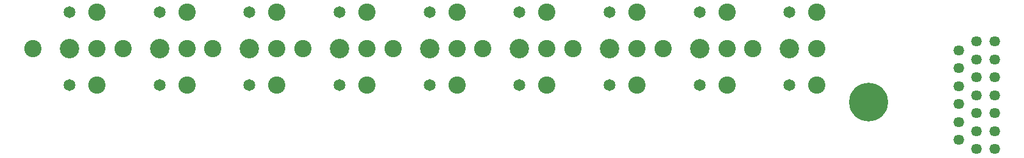
<source format=gts>
%TF.GenerationSoftware,KiCad,Pcbnew,5.1.12-1.fc35*%
%TF.CreationDate,2022-04-30T07:46:19-07:00*%
%TF.ProjectId,left,6c656674-2e6b-4696-9361-645f70636258,v1.2*%
%TF.SameCoordinates,Original*%
%TF.FileFunction,Soldermask,Top*%
%TF.FilePolarity,Negative*%
%FSLAX46Y46*%
G04 Gerber Fmt 4.6, Leading zero omitted, Abs format (unit mm)*
G04 Created by KiCad (PCBNEW 5.1.12-1.fc35) date 2022-04-30 07:46:19*
%MOMM*%
%LPD*%
G01*
G04 APERTURE LIST*
%ADD10C,1.463600*%
%ADD11C,1.651600*%
%ADD12C,2.401600*%
%ADD13C,2.701600*%
%ADD14C,5.401600*%
G04 APERTURE END LIST*
D10*
%TO.C,J1*%
X219500000Y-106500000D03*
X219500000Y-109000000D03*
X219500000Y-111500000D03*
X219500000Y-114000000D03*
X219500000Y-116500000D03*
X219500000Y-119000000D03*
X219500000Y-121500000D03*
X214500000Y-107750000D03*
X214500000Y-110250000D03*
X214500000Y-112750000D03*
X214500000Y-115250000D03*
X214500000Y-117750000D03*
X214500000Y-120250000D03*
X217000000Y-106500000D03*
X217000000Y-109000000D03*
X217000000Y-111500000D03*
X217000000Y-114000000D03*
X217000000Y-116500000D03*
X217000000Y-119000000D03*
X217000000Y-121500000D03*
%TD*%
D11*
%TO.C,F2*%
X116000000Y-112580000D03*
X116000000Y-102420000D03*
D12*
X110920000Y-107500000D03*
X119810000Y-112580000D03*
D13*
X116000000Y-107500000D03*
D12*
X119810000Y-107500000D03*
X119810000Y-102420000D03*
%TD*%
D11*
%TO.C,ESC1*%
X91000000Y-112580000D03*
X91000000Y-102420000D03*
D12*
X85920000Y-107500000D03*
X94810000Y-112580000D03*
D13*
X91000000Y-107500000D03*
D12*
X94810000Y-107500000D03*
X94810000Y-102420000D03*
%TD*%
D11*
%TO.C,F1*%
X103500000Y-112580000D03*
X103500000Y-102420000D03*
D12*
X98420000Y-107500000D03*
X107310000Y-112580000D03*
D13*
X103500000Y-107500000D03*
D12*
X107310000Y-107500000D03*
X107310000Y-102420000D03*
%TD*%
D11*
%TO.C,F3*%
X128500000Y-112580000D03*
X128500000Y-102420000D03*
D12*
X123420000Y-107500000D03*
X132310000Y-112580000D03*
D13*
X128500000Y-107500000D03*
D12*
X132310000Y-107500000D03*
X132310000Y-102420000D03*
%TD*%
D11*
%TO.C,F4*%
X141000000Y-112580000D03*
X141000000Y-102420000D03*
D12*
X135920000Y-107500000D03*
X144810000Y-112580000D03*
D13*
X141000000Y-107500000D03*
D12*
X144810000Y-107500000D03*
X144810000Y-102420000D03*
%TD*%
D11*
%TO.C,F5*%
X153500000Y-112580000D03*
X153500000Y-102420000D03*
D12*
X148420000Y-107500000D03*
X157310000Y-112580000D03*
D13*
X153500000Y-107500000D03*
D12*
X157310000Y-107500000D03*
X157310000Y-102420000D03*
%TD*%
D11*
%TO.C,F6*%
X166000000Y-112580000D03*
X166000000Y-102420000D03*
D12*
X160920000Y-107500000D03*
X169810000Y-112580000D03*
D13*
X166000000Y-107500000D03*
D12*
X169810000Y-107500000D03*
X169810000Y-102420000D03*
%TD*%
D11*
%TO.C,F7*%
X178500000Y-112580000D03*
X178500000Y-102420000D03*
D12*
X173420000Y-107500000D03*
X182310000Y-112580000D03*
D13*
X178500000Y-107500000D03*
D12*
X182310000Y-107500000D03*
X182310000Y-102420000D03*
%TD*%
D11*
%TO.C,F8*%
X191000000Y-112580000D03*
X191000000Y-102420000D03*
D12*
X185920000Y-107500000D03*
X194810000Y-112580000D03*
D13*
X191000000Y-107500000D03*
D12*
X194810000Y-107500000D03*
X194810000Y-102420000D03*
%TD*%
D14*
%TO.C,H1*%
X202000000Y-115000000D03*
%TD*%
M02*

</source>
